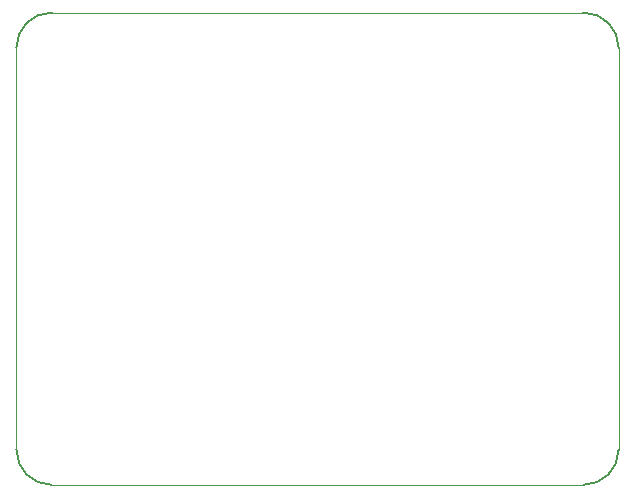
<source format=gbr>
G04 #@! TF.GenerationSoftware,KiCad,Pcbnew,(5.1.0)-1*
G04 #@! TF.CreationDate,2019-07-05T16:38:03+02:00*
G04 #@! TF.ProjectId,BSPD_SMD,42535044-5f53-44d4-942e-6b696361645f,rev?*
G04 #@! TF.SameCoordinates,Original*
G04 #@! TF.FileFunction,Profile,NP*
%FSLAX46Y46*%
G04 Gerber Fmt 4.6, Leading zero omitted, Abs format (unit mm)*
G04 Created by KiCad (PCBNEW (5.1.0)-1) date 2019-07-05 16:38:03*
%MOMM*%
%LPD*%
G04 APERTURE LIST*
%ADD10C,0.100000*%
%ADD11C,0.200000*%
G04 APERTURE END LIST*
D10*
X54000000Y-114000000D02*
X54000000Y-148000000D01*
X102000000Y-111000000D02*
X57000000Y-111000000D01*
X105000000Y-148000000D02*
X105000000Y-114000000D01*
X57000000Y-151000000D02*
X102000000Y-151000000D01*
D11*
X57000000Y-151000000D02*
G75*
G02X54000000Y-148000000I0J3000000D01*
G01*
X105000000Y-148000000D02*
G75*
G02X102000000Y-151000000I-3000000J0D01*
G01*
X102000000Y-111000000D02*
G75*
G02X105000000Y-114000000I0J-3000000D01*
G01*
X54000000Y-114000000D02*
G75*
G02X57000000Y-111000000I3000000J0D01*
G01*
M02*

</source>
